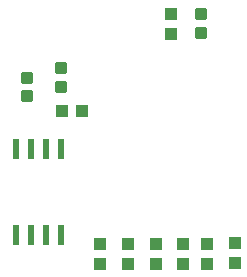
<source format=gbr>
%TF.GenerationSoftware,Altium Limited,Altium Designer,23.4.1 (23)*%
G04 Layer_Color=128*
%FSLAX45Y45*%
%MOMM*%
%TF.SameCoordinates,06F9E411-BB4A-4FCF-AF8D-8E7D50D0EFEC*%
%TF.FilePolarity,Positive*%
%TF.FileFunction,Paste,Bot*%
%TF.Part,Single*%
G01*
G75*
%TA.AperFunction,SMDPad,CuDef*%
G04:AMPARAMS|DCode=11|XSize=0.94mm|YSize=1.02mm|CornerRadius=0.094mm|HoleSize=0mm|Usage=FLASHONLY|Rotation=270.000|XOffset=0mm|YOffset=0mm|HoleType=Round|Shape=RoundedRectangle|*
%AMROUNDEDRECTD11*
21,1,0.94000,0.83200,0,0,270.0*
21,1,0.75200,1.02000,0,0,270.0*
1,1,0.18800,-0.41600,-0.37600*
1,1,0.18800,-0.41600,0.37600*
1,1,0.18800,0.41600,0.37600*
1,1,0.18800,0.41600,-0.37600*
%
%ADD11ROUNDEDRECTD11*%
%ADD12R,1.00000X1.10000*%
G04:AMPARAMS|DCode=25|XSize=0.58mm|YSize=1.61mm|CornerRadius=0.0435mm|HoleSize=0mm|Usage=FLASHONLY|Rotation=180.000|XOffset=0mm|YOffset=0mm|HoleType=Round|Shape=RoundedRectangle|*
%AMROUNDEDRECTD25*
21,1,0.58000,1.52300,0,0,180.0*
21,1,0.49300,1.61000,0,0,180.0*
1,1,0.08700,-0.24650,0.76150*
1,1,0.08700,0.24650,0.76150*
1,1,0.08700,0.24650,-0.76150*
1,1,0.08700,-0.24650,-0.76150*
%
%ADD25ROUNDEDRECTD25*%
%ADD26R,1.10000X1.00000*%
D11*
X2286000Y5826500D02*
D03*
Y5984500D02*
D03*
X809625Y5286750D02*
D03*
Y5444750D02*
D03*
X1095375Y5524125D02*
D03*
Y5366125D02*
D03*
D12*
X2032000Y5814875D02*
D03*
Y5984875D02*
D03*
X2571750Y4043500D02*
D03*
Y3873500D02*
D03*
X2333625Y4037875D02*
D03*
Y3867875D02*
D03*
X2127250Y4037875D02*
D03*
Y3867875D02*
D03*
X1428750Y4037875D02*
D03*
Y3867875D02*
D03*
X1666875Y4037875D02*
D03*
Y3867875D02*
D03*
X1905000Y4037875D02*
D03*
Y3867875D02*
D03*
D25*
X1095375Y4837250D02*
D03*
X968375D02*
D03*
X841375D02*
D03*
X714375D02*
D03*
Y4116250D02*
D03*
X841375D02*
D03*
X968375D02*
D03*
X1095375D02*
D03*
D26*
X1105625Y5159375D02*
D03*
X1275625D02*
D03*
%TF.MD5,fa003b32e4dd10459ff9cb336235d3d2*%
M02*

</source>
